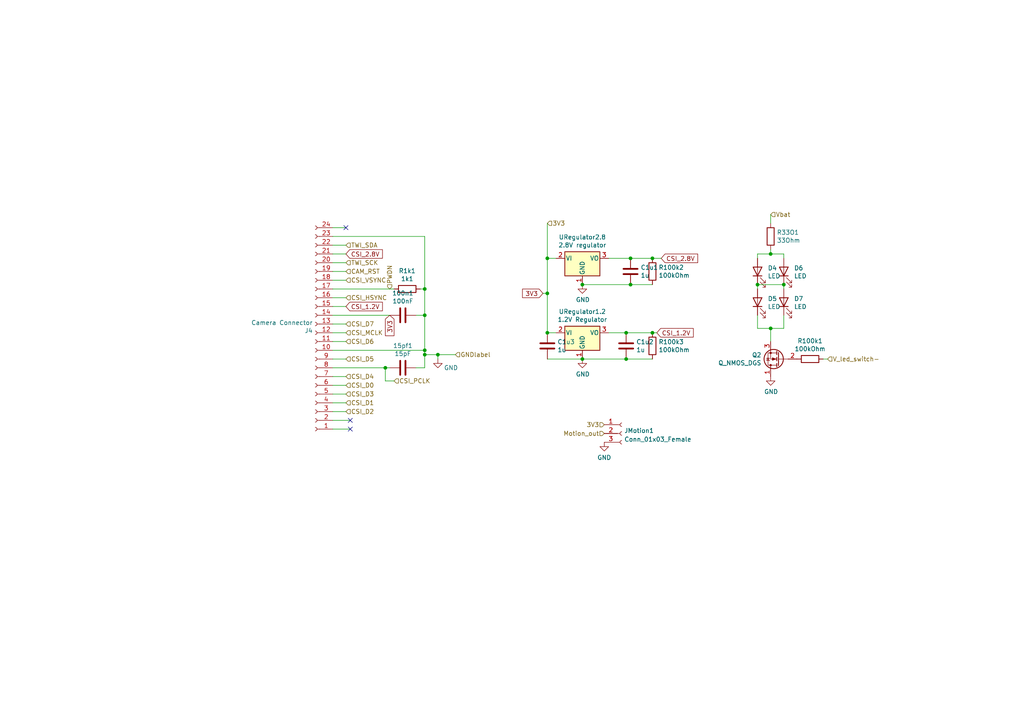
<source format=kicad_sch>
(kicad_sch (version 20211123) (generator eeschema)
  (paper "A4")
  (lib_symbols
    (symbol "Connector:Conn_01x03_Female" (pin_names (offset 1.016) hide)
      (property "Reference" "J" (at 0 5.08 0))
      (property "Value" "Conn_01x03_Female" (at 0 -5.08 0))
      (symbol "Conn_01x03_Female_1_1"
        (arc (start 0 -2.032) (mid -0.508 -2.54) (end 0 -3.048) (stroke (width 0.1524)))
        (polyline (pts (xy -1.27 -2.54) (xy -0.508 -2.54)) (stroke (width 0.1524)))
        (polyline (pts (xy -1.27 0) (xy -0.508 0)) (stroke (width 0.1524)))
        (polyline (pts (xy -1.27 2.54) (xy -0.508 2.54)) (stroke (width 0.1524)))
        (arc (start 0 0.508) (mid -0.508 0) (end 0 -0.508) (stroke (width 0.1524)))
        (arc (start 0 3.048) (mid -0.508 2.54) (end 0 2.032) (stroke (width 0.1524)))
        (pin passive line (at -5.08 2.54 0) (length 3.81) (name "Pin_1") (number "1"))
        (pin passive line (at -5.08 0 0) (length 3.81) (name "Pin_2") (number "2"))
        (pin passive line (at -5.08 -2.54 0) (length 3.81) (name "Pin_3") (number "3"))
      )
    )
    (symbol "Connector:Conn_01x24_Female" (pin_names (offset 1.016) hide)
      (property "Reference" "J" (at 0 30.48 0))
      (property "Value" "Conn_01x24_Female" (at 0 -33.02 0))
      (symbol "Conn_01x24_Female_1_1"
        (arc (start 0 -29.972) (mid -0.508 -30.48) (end 0 -30.988) (stroke (width 0.1524)))
        (arc (start 0 -27.432) (mid -0.508 -27.94) (end 0 -28.448) (stroke (width 0.1524)))
        (arc (start 0 -24.892) (mid -0.508 -25.4) (end 0 -25.908) (stroke (width 0.1524)))
        (arc (start 0 -22.352) (mid -0.508 -22.86) (end 0 -23.368) (stroke (width 0.1524)))
        (arc (start 0 -19.812) (mid -0.508 -20.32) (end 0 -20.828) (stroke (width 0.1524)))
        (arc (start 0 -17.272) (mid -0.508 -17.78) (end 0 -18.288) (stroke (width 0.1524)))
        (arc (start 0 -14.732) (mid -0.508 -15.24) (end 0 -15.748) (stroke (width 0.1524)))
        (arc (start 0 -12.192) (mid -0.508 -12.7) (end 0 -13.208) (stroke (width 0.1524)))
        (arc (start 0 -9.652) (mid -0.508 -10.16) (end 0 -10.668) (stroke (width 0.1524)))
        (arc (start 0 -7.112) (mid -0.508 -7.62) (end 0 -8.128) (stroke (width 0.1524)))
        (arc (start 0 -4.572) (mid -0.508 -5.08) (end 0 -5.588) (stroke (width 0.1524)))
        (arc (start 0 -2.032) (mid -0.508 -2.54) (end 0 -3.048) (stroke (width 0.1524)))
        (polyline (pts (xy -1.27 -30.48) (xy -0.508 -30.48)) (stroke (width 0.1524)))
        (polyline (pts (xy -1.27 -27.94) (xy -0.508 -27.94)) (stroke (width 0.1524)))
        (polyline (pts (xy -1.27 -25.4) (xy -0.508 -25.4)) (stroke (width 0.1524)))
        (polyline (pts (xy -1.27 -22.86) (xy -0.508 -22.86)) (stroke (width 0.1524)))
        (polyline (pts (xy -1.27 -20.32) (xy -0.508 -20.32)) (stroke (width 0.1524)))
        (polyline (pts (xy -1.27 -17.78) (xy -0.508 -17.78)) (stroke (width 0.1524)))
        (polyline (pts (xy -1.27 -15.24) (xy -0.508 -15.24)) (stroke (width 0.1524)))
        (polyline (pts (xy -1.27 -12.7) (xy -0.508 -12.7)) (stroke (width 0.1524)))
        (polyline (pts (xy -1.27 -10.16) (xy -0.508 -10.16)) (stroke (width 0.1524)))
        (polyline (pts (xy -1.27 -7.62) (xy -0.508 -7.62)) (stroke (width 0.1524)))
        (polyline (pts (xy -1.27 -5.08) (xy -0.508 -5.08)) (stroke (width 0.1524)))
        (polyline (pts (xy -1.27 -2.54) (xy -0.508 -2.54)) (stroke (width 0.1524)))
        (polyline (pts (xy -1.27 0) (xy -0.508 0)) (stroke (width 0.1524)))
        (polyline (pts (xy -1.27 2.54) (xy -0.508 2.54)) (stroke (width 0.1524)))
        (polyline (pts (xy -1.27 5.08) (xy -0.508 5.08)) (stroke (width 0.1524)))
        (polyline (pts (xy -1.27 7.62) (xy -0.508 7.62)) (stroke (width 0.1524)))
        (polyline (pts (xy -1.27 10.16) (xy -0.508 10.16)) (stroke (width 0.1524)))
        (polyline (pts (xy -1.27 12.7) (xy -0.508 12.7)) (stroke (width 0.1524)))
        (polyline (pts (xy -1.27 15.24) (xy -0.508 15.24)) (stroke (width 0.1524)))
        (polyline (pts (xy -1.27 17.78) (xy -0.508 17.78)) (stroke (width 0.1524)))
        (polyline (pts (xy -1.27 20.32) (xy -0.508 20.32)) (stroke (width 0.1524)))
        (polyline (pts (xy -1.27 22.86) (xy -0.508 22.86)) (stroke (width 0.1524)))
        (polyline (pts (xy -1.27 25.4) (xy -0.508 25.4)) (stroke (width 0.1524)))
        (polyline (pts (xy -1.27 27.94) (xy -0.508 27.94)) (stroke (width 0.1524)))
        (arc (start 0 0.508) (mid -0.508 0) (end 0 -0.508) (stroke (width 0.1524)))
        (arc (start 0 3.048) (mid -0.508 2.54) (end 0 2.032) (stroke (width 0.1524)))
        (arc (start 0 5.588) (mid -0.508 5.08) (end 0 4.572) (stroke (width 0.1524)))
        (arc (start 0 8.128) (mid -0.508 7.62) (end 0 7.112) (stroke (width 0.1524)))
        (arc (start 0 10.668) (mid -0.508 10.16) (end 0 9.652) (stroke (width 0.1524)))
        (arc (start 0 13.208) (mid -0.508 12.7) (end 0 12.192) (stroke (width 0.1524)))
        (arc (start 0 15.748) (mid -0.508 15.24) (end 0 14.732) (stroke (width 0.1524)))
        (arc (start 0 18.288) (mid -0.508 17.78) (end 0 17.272) (stroke (width 0.1524)))
        (arc (start 0 20.828) (mid -0.508 20.32) (end 0 19.812) (stroke (width 0.1524)))
        (arc (start 0 23.368) (mid -0.508 22.86) (end 0 22.352) (stroke (width 0.1524)))
        (arc (start 0 25.908) (mid -0.508 25.4) (end 0 24.892) (stroke (width 0.1524)))
        (arc (start 0 28.448) (mid -0.508 27.94) (end 0 27.432) (stroke (width 0.1524)))
        (pin passive line (at -5.08 27.94 0) (length 3.81) (name "Pin_1") (number "1"))
        (pin passive line (at -5.08 5.08 0) (length 3.81) (name "Pin_10") (number "10"))
        (pin passive line (at -5.08 2.54 0) (length 3.81) (name "Pin_11") (number "11"))
        (pin passive line (at -5.08 0 0) (length 3.81) (name "Pin_12") (number "12"))
        (pin passive line (at -5.08 -2.54 0) (length 3.81) (name "Pin_13") (number "13"))
        (pin passive line (at -5.08 -5.08 0) (length 3.81) (name "Pin_14") (number "14"))
        (pin passive line (at -5.08 -7.62 0) (length 3.81) (name "Pin_15") (number "15"))
        (pin passive line (at -5.08 -10.16 0) (length 3.81) (name "Pin_16") (number "16"))
        (pin passive line (at -5.08 -12.7 0) (length 3.81) (name "Pin_17") (number "17"))
        (pin passive line (at -5.08 -15.24 0) (length 3.81) (name "Pin_18") (number "18"))
        (pin passive line (at -5.08 -17.78 0) (length 3.81) (name "Pin_19") (number "19"))
        (pin passive line (at -5.08 25.4 0) (length 3.81) (name "Pin_2") (number "2"))
        (pin passive line (at -5.08 -20.32 0) (length 3.81) (name "Pin_20") (number "20"))
        (pin passive line (at -5.08 -22.86 0) (length 3.81) (name "Pin_21") (number "21"))
        (pin passive line (at -5.08 -25.4 0) (length 3.81) (name "Pin_22") (number "22"))
        (pin passive line (at -5.08 -27.94 0) (length 3.81) (name "Pin_23") (number "23"))
        (pin passive line (at -5.08 -30.48 0) (length 3.81) (name "Pin_24") (number "24"))
        (pin passive line (at -5.08 22.86 0) (length 3.81) (name "Pin_3") (number "3"))
        (pin passive line (at -5.08 20.32 0) (length 3.81) (name "Pin_4") (number "4"))
        (pin passive line (at -5.08 17.78 0) (length 3.81) (name "Pin_5") (number "5"))
        (pin passive line (at -5.08 15.24 0) (length 3.81) (name "Pin_6") (number "6"))
        (pin passive line (at -5.08 12.7 0) (length 3.81) (name "Pin_7") (number "7"))
        (pin passive line (at -5.08 10.16 0) (length 3.81) (name "Pin_8") (number "8"))
        (pin passive line (at -5.08 7.62 0) (length 3.81) (name "Pin_9") (number "9"))
      )
    )
    (symbol "Device:C" (pin_numbers hide) (pin_names (offset 0.254))
      (property "Reference" "C" (at 0.635 2.54 0))
      (property "Value" "C" (at 0.635 -2.54 0))
      (symbol "C_0_1"
        (polyline (pts (xy -2.032 -0.762) (xy 2.032 -0.762)) (stroke (width 0.508)))
        (polyline (pts (xy -2.032 0.762) (xy 2.032 0.762)) (stroke (width 0.508)))
      )
      (symbol "C_1_1"
        (pin passive line (at 0 3.81 270) (length 2.794) (name "~") (number "1"))
        (pin passive line (at 0 -3.81 90) (length 2.794) (name "~") (number "2"))
      )
    )
    (symbol "Device:LED" (pin_numbers hide) (pin_names (offset 1.016) hide)
      (property "Reference" "D" (at 0 2.54 0))
      (property "Value" "LED" (at 0 -2.54 0))
      (symbol "LED_0_1"
        (polyline (pts (xy -1.27 -1.27) (xy -1.27 1.27)) (stroke (width 0.254)))
        (polyline (pts (xy -1.27 0) (xy 1.27 0)))
        (polyline (pts (xy 1.27 -1.27) (xy 1.27 1.27) (xy -1.27 0) (xy 1.27 -1.27)) (stroke (width 0.254)))
        (polyline (pts (xy -3.048 -0.762) (xy -4.572 -2.286) (xy -3.81 -2.286) (xy -4.572 -2.286) (xy -4.572 -1.524)))
        (polyline (pts (xy -1.778 -0.762) (xy -3.302 -2.286) (xy -2.54 -2.286) (xy -3.302 -2.286) (xy -3.302 -1.524)))
      )
      (symbol "LED_1_1"
        (pin passive line (at -3.81 0 0) (length 2.54) (name "K") (number "1"))
        (pin passive line (at 3.81 0 180) (length 2.54) (name "A") (number "2"))
      )
    )
    (symbol "Device:Q_NMOS_DGS" (pin_names (offset 0) hide)
      (property "Reference" "Q" (at 5.08 1.27 0))
      (property "Value" "Q_NMOS_DGS" (at 5.08 -1.27 0))
      (symbol "Q_NMOS_DGS_0_1"
        (polyline (pts (xy 0.254 0) (xy -2.54 0)))
        (polyline (pts (xy 0.254 1.905) (xy 0.254 -1.905)) (stroke (width 0.254)))
        (polyline (pts (xy 0.762 -1.27) (xy 0.762 -2.286)) (stroke (width 0.254)))
        (polyline (pts (xy 0.762 0.508) (xy 0.762 -0.508)) (stroke (width 0.254)))
        (polyline (pts (xy 0.762 2.286) (xy 0.762 1.27)) (stroke (width 0.254)))
        (polyline (pts (xy 2.54 2.54) (xy 2.54 1.778)))
        (polyline (pts (xy 2.54 -2.54) (xy 2.54 0) (xy 0.762 0)))
        (polyline (pts (xy 0.762 -1.778) (xy 3.302 -1.778) (xy 3.302 1.778) (xy 0.762 1.778)))
        (polyline (pts (xy 1.016 0) (xy 2.032 0.381) (xy 2.032 -0.381) (xy 1.016 0)) (fill (type outline)))
        (polyline (pts (xy 2.794 0.508) (xy 2.921 0.381) (xy 3.683 0.381) (xy 3.81 0.254)))
        (polyline (pts (xy 3.302 0.381) (xy 2.921 -0.254) (xy 3.683 -0.254) (xy 3.302 0.381)))
        (circle (center 1.651 0) (radius 2.794) (stroke (width 0.254)))
        (circle (center 2.54 -1.778) (radius 0.254) (fill (type outline)))
        (circle (center 2.54 1.778) (radius 0.254) (fill (type outline)))
      )
      (symbol "Q_NMOS_DGS_1_1"
        (pin passive line (at 2.54 5.08 270) (length 2.54) (name "D") (number "1"))
        (pin input line (at -5.08 0 0) (length 2.54) (name "G") (number "2"))
        (pin passive line (at 2.54 -5.08 90) (length 2.54) (name "S") (number "3"))
      )
    )
    (symbol "Device:R" (pin_numbers hide) (pin_names (offset 0))
      (property "Reference" "R" (at 2.032 0 90))
      (property "Value" "R" (at 0 0 90))
      (symbol "R_0_1"
        (rectangle (start -1.016 -2.54) (end 1.016 2.54) (stroke (width 0.254)))
      )
      (symbol "R_1_1"
        (pin passive line (at 0 3.81 270) (length 1.27) (name "~") (number "1"))
        (pin passive line (at 0 -3.81 90) (length 1.27) (name "~") (number "2"))
      )
    )
    (symbol "XC6206PxxxMR_1" (pin_names (offset 0.254))
      (property "Reference" "U" (at -3.81 3.175 0))
      (property "Value" "XC6206PxxxMR_1" (at 0 3.175 0))
      (symbol "XC6206PxxxMR_1_0_1"
        (rectangle (start -5.08 1.905) (end 5.08 -5.08) (stroke (width 0.254)) (fill (type background)))
      )
      (symbol "XC6206PxxxMR_1_1_1"
        (pin power_in line (at 0 -7.62 90) (length 2.54) (name "GND") (number "1"))
        (pin power_in line (at -7.62 0 0) (length 2.54) (name "VI") (number "2"))
        (pin power_out line (at 7.62 0 180) (length 2.54) (name "VO") (number "3"))
      )
    )
    (symbol "power:GND" (power) (pin_names (offset 0))
      (property "Value" "GND" (at 0 -3.81 0))
      (symbol "GND_0_1"
        (polyline (pts (xy 0 0) (xy 0 -1.27) (xy 1.27 -1.27) (xy 0 -2.54) (xy -1.27 -1.27) (xy 0 -1.27)))
      )
      (symbol "GND_1_1"
        (pin power_in line (at 0 0 270) (length 0) hide (name "GND") (number "1"))
      )
    )
    (symbol "regulator:XC6206PxxxMR" (pin_names (offset 0.254))
      (property "Reference" "U" (at -3.81 3.175 0))
      (property "Value" "XC6206PxxxMR" (at 0 3.175 0))
      (symbol "XC6206PxxxMR_0_1"
        (rectangle (start -5.08 1.905) (end 5.08 -5.08) (stroke (width 0.254)) (fill (type background)))
      )
      (symbol "XC6206PxxxMR_1_1"
        (pin power_in line (at 0 -7.62 90) (length 2.54) (name "GND") (number "1"))
        (pin power_in line (at -7.62 0 0) (length 2.54) (name "VI") (number "2"))
        (pin power_out line (at 7.62 0 180) (length 2.54) (name "VO") (number "3"))
      )
    )
  )
  (junction (at 223.52 73.66))
  (junction (at 127 102.87))
  (junction (at 158.75 74.93))
  (junction (at 227.33 82.55))
  (junction (at 182.88 74.93))
  (junction (at 181.61 104.14))
  (junction (at 158.75 96.52))
  (junction (at 111.76 106.68))
  (junction (at 189.23 96.52))
  (junction (at 158.75 85.09))
  (junction (at 123.19 91.44))
  (junction (at 123.19 102.87))
  (junction (at 168.91 82.55))
  (junction (at 123.19 83.82))
  (junction (at 168.91 104.14))
  (junction (at 123.19 101.6))
  (junction (at 189.23 74.93))
  (junction (at 223.52 95.25))
  (junction (at 181.61 96.52))
  (junction (at 182.88 82.55))
  (junction (at 219.71 82.55))
  (no_connect (at 101.6 124.46))
  (no_connect (at 101.6 121.92))
  (no_connect (at 100.33 66.04))
  (wire (pts (xy 182.88 82.55) (xy 189.23 82.55)))
  (wire (pts (xy 158.75 104.14) (xy 168.91 104.14)))
  (wire (pts (xy 176.53 96.52) (xy 181.61 96.52)))
  (wire (pts (xy 238.76 104.14) (xy 240.03 104.14)))
  (wire (pts (xy 111.76 106.68) (xy 111.76 110.49)))
  (wire (pts (xy 123.19 83.82) (xy 123.19 91.44)))
  (wire (pts (xy 219.71 74.93) (xy 219.71 73.66)))
  (wire (pts (xy 113.03 106.68) (xy 111.76 106.68)))
  (wire (pts (xy 158.75 64.77) (xy 158.75 74.93)))
  (wire (pts (xy 120.65 91.44) (xy 123.19 91.44)))
  (wire (pts (xy 96.52 116.84) (xy 100.33 116.84)))
  (wire (pts (xy 157.48 85.09) (xy 158.75 85.09)))
  (wire (pts (xy 158.75 96.52) (xy 158.75 85.09)))
  (wire (pts (xy 158.75 96.52) (xy 161.29 96.52)))
  (wire (pts (xy 227.33 82.55) (xy 227.33 83.82)))
  (wire (pts (xy 182.88 74.93) (xy 189.23 74.93)))
  (wire (pts (xy 219.71 73.66) (xy 223.52 73.66)))
  (wire (pts (xy 96.52 109.22) (xy 100.33 109.22)))
  (wire (pts (xy 127 104.14) (xy 127 102.87)))
  (wire (pts (xy 223.52 95.25) (xy 227.33 95.25)))
  (wire (pts (xy 219.71 95.25) (xy 223.52 95.25)))
  (wire (pts (xy 114.3 83.82) (xy 96.52 83.82)))
  (wire (pts (xy 96.52 119.38) (xy 100.33 119.38)))
  (wire (pts (xy 123.19 83.82) (xy 121.92 83.82)))
  (wire (pts (xy 219.71 83.82) (xy 219.71 82.55)))
  (wire (pts (xy 127 102.87) (xy 123.19 102.87)))
  (wire (pts (xy 111.76 106.68) (xy 96.52 106.68)))
  (wire (pts (xy 181.61 104.14) (xy 189.23 104.14)))
  (wire (pts (xy 219.71 91.44) (xy 219.71 95.25)))
  (wire (pts (xy 96.52 76.2) (xy 100.33 76.2)))
  (wire (pts (xy 168.91 82.55) (xy 182.88 82.55)))
  (wire (pts (xy 101.6 121.92) (xy 96.52 121.92)))
  (wire (pts (xy 127 102.87) (xy 132.08 102.87)))
  (wire (pts (xy 223.52 72.39) (xy 223.52 73.66)))
  (wire (pts (xy 100.33 66.04) (xy 96.52 66.04)))
  (wire (pts (xy 96.52 86.36) (xy 100.33 86.36)))
  (wire (pts (xy 96.52 96.52) (xy 100.33 96.52)))
  (wire (pts (xy 96.52 68.58) (xy 123.19 68.58)))
  (wire (pts (xy 96.52 111.76) (xy 100.33 111.76)))
  (wire (pts (xy 96.52 78.74) (xy 100.33 78.74)))
  (wire (pts (xy 100.33 73.66) (xy 96.52 73.66)))
  (wire (pts (xy 227.33 95.25) (xy 227.33 91.44)))
  (wire (pts (xy 111.76 110.49) (xy 114.3 110.49)))
  (wire (pts (xy 223.52 99.06) (xy 223.52 95.25)))
  (wire (pts (xy 123.19 91.44) (xy 123.19 101.6)))
  (wire (pts (xy 96.52 81.28) (xy 100.33 81.28)))
  (wire (pts (xy 120.65 106.68) (xy 123.19 106.68)))
  (wire (pts (xy 113.03 91.44) (xy 96.52 91.44)))
  (wire (pts (xy 189.23 74.93) (xy 191.77 74.93)))
  (wire (pts (xy 158.75 74.93) (xy 161.29 74.93)))
  (wire (pts (xy 96.52 114.3) (xy 100.33 114.3)))
  (wire (pts (xy 96.52 99.06) (xy 100.33 99.06)))
  (wire (pts (xy 96.52 101.6) (xy 123.19 101.6)))
  (wire (pts (xy 181.61 104.14) (xy 168.91 104.14)))
  (wire (pts (xy 123.19 102.87) (xy 123.19 106.68)))
  (wire (pts (xy 123.19 101.6) (xy 123.19 102.87)))
  (wire (pts (xy 223.52 62.23) (xy 223.52 64.77)))
  (wire (pts (xy 101.6 124.46) (xy 96.52 124.46)))
  (wire (pts (xy 181.61 96.52) (xy 189.23 96.52)))
  (wire (pts (xy 96.52 93.98) (xy 100.33 93.98)))
  (wire (pts (xy 227.33 82.55) (xy 219.71 82.55)))
  (wire (pts (xy 227.33 73.66) (xy 227.33 74.93)))
  (wire (pts (xy 189.23 96.52) (xy 190.5 96.52)))
  (wire (pts (xy 223.52 73.66) (xy 227.33 73.66)))
  (wire (pts (xy 176.53 74.93) (xy 182.88 74.93)))
  (wire (pts (xy 96.52 104.14) (xy 100.33 104.14)))
  (wire (pts (xy 158.75 74.93) (xy 158.75 85.09)))
  (wire (pts (xy 96.52 71.12) (xy 100.33 71.12)))
  (wire (pts (xy 100.33 88.9) (xy 96.52 88.9)))
  (wire (pts (xy 123.19 83.82) (xy 123.19 68.58)))
  (global_label "3V3" (shape input) (at 113.03 91.44 270) (property "Intersheet References" "${INTERSHEET_REFS}" (effects hide)))
  (global_label "CSI_1.2V" (shape input) (at 100.33 88.9 0) (property "Intersheet References" "${INTERSHEET_REFS}" (effects hide)))
  (global_label "CSI_2.8V" (shape input) (at 100.33 73.66 0) (property "Intersheet References" "${INTERSHEET_REFS}" (effects hide)))
  (global_label "CSI_1.2V" (shape input) (at 190.5 96.52 0) (property "Intersheet References" "${INTERSHEET_REFS}" (effects hide)))
  (global_label "3V3" (shape input) (at 157.48 85.09 180) (property "Intersheet References" "${INTERSHEET_REFS}" (effects hide)))
  (global_label "CSI_2.8V" (shape input) (at 191.77 74.93 0) (property "Intersheet References" "${INTERSHEET_REFS}" (effects hide)))
  (hierarchical_label "CSI_D6" (shape input) (at 100.33 99.06 0))
  (hierarchical_label "CSI_D7" (shape input) (at 100.33 93.98 0))
  (hierarchical_label "TWI_SDA" (shape input) (at 100.33 71.12 0))
  (hierarchical_label "CSI_D2" (shape input) (at 100.33 119.38 0))
  (hierarchical_label "3V3" (shape input) (at 158.75 64.77 0))
  (hierarchical_label "CSI_D5" (shape input) (at 100.33 104.14 0))
  (hierarchical_label "Motion_out" (shape input) (at 175.26 125.73 180))
  (hierarchical_label "V_led_switch-" (shape input) (at 240.03 104.14 0))
  (hierarchical_label "CSI_D0" (shape input) (at 100.33 111.76 0))
  (hierarchical_label "CAM_RST" (shape input) (at 100.33 78.74 0))
  (hierarchical_label "CSI_VSYNC" (shape input) (at 100.33 81.28 0))
  (hierarchical_label "CSI_D3" (shape input) (at 100.33 114.3 0))
  (hierarchical_label "TWI_SCK" (shape input) (at 100.33 76.2 0))
  (hierarchical_label "GNDlabel" (shape input) (at 132.08 102.87 0))
  (hierarchical_label "3V3" (shape input) (at 175.26 123.19 180))
  (hierarchical_label "CSI_HSYNC" (shape input) (at 100.33 86.36 0))
  (hierarchical_label "CSI_D4" (shape input) (at 100.33 109.22 0))
  (hierarchical_label "CSI_MCLK" (shape input) (at 100.33 96.52 0))
  (hierarchical_label "CSI_D1" (shape input) (at 100.33 116.84 0))
  (hierarchical_label "PWDN" (shape input) (at 113.03 83.82 90))
  (hierarchical_label "CSI_PCLK" (shape input) (at 114.3 110.49 0))
  (hierarchical_label "Vbat" (shape input) (at 223.52 62.23 0))
  (symbol (lib_id "Device:R") (at 234.95 104.14 270) (unit 1)
    (property "Reference" "R100k1" (at 234.95 98.8822 90))
    (property "Value" "100kOhm" (at 234.95 101.1936 90))
    (property "Footprint" "Resistor_THT:R_Axial_DIN0207_L6.3mm_D2.5mm_P10.16mm_Horizontal" (effects hide))
  )
  (symbol (lib_id "Device:Q_NMOS_DGS") (at 226.06 104.14 180) (unit 1)
    (property "Reference" "Q2" (at 220.853 102.9716 0) (effects (justify left)))
    (property "Value" "Q_NMOS_DGS" (at 220.853 105.283 0) (effects (justify left)))
    (property "Footprint" "Package_TO_SOT_THT:TO-92L_Inline" (effects hide))
  )
  (symbol (lib_id "power:GND") (at 223.52 109.22 0) (unit 1)
    (property "Reference" "#PWR0104" (effects hide))
    (property "Value" "GND" (at 223.647 113.6142 0))
  )
  (symbol (lib_id "Device:LED") (at 219.71 87.63 90) (unit 1)
    (property "Reference" "D5" (at 222.6818 86.6394 90) (effects (justify right)))
    (property "Value" "LED" (at 222.6818 88.9508 90) (effects (justify right)))
    (property "Footprint" "LED:SFH 4253" (effects hide))
  )
  (symbol (lib_id "Device:LED") (at 227.33 87.63 90) (unit 1)
    (property "Reference" "D7" (at 230.3018 86.6394 90) (effects (justify right)))
    (property "Value" "LED" (at 230.3018 88.9508 90) (effects (justify right)))
    (property "Footprint" "LED:SFH 4253" (effects hide))
  )
  (symbol (lib_id "Device:LED") (at 219.71 78.74 90) (unit 1)
    (property "Reference" "D4" (at 222.6818 77.7494 90) (effects (justify right)))
    (property "Value" "LED" (at 222.6818 80.0608 90) (effects (justify right)))
    (property "Footprint" "LED:SFH 4253" (effects hide))
  )
  (symbol (lib_id "Device:LED") (at 227.33 78.74 90) (unit 1)
    (property "Reference" "D6" (at 230.3018 77.7494 90) (effects (justify right)))
    (property "Value" "LED" (at 230.3018 80.0608 90) (effects (justify right)))
    (property "Footprint" "LED:SFH 4253" (effects hide))
  )
  (symbol (lib_id "Connector:Conn_01x24_Female") (at 91.44 96.52 180) (unit 1)
    (property "Reference" "J4" (at 90.7288 95.9104 0) (effects (justify left)))
    (property "Value" "Camera Connector" (at 90.7288 93.599 0) (effects (justify left)))
    (property "Footprint" "components:camera_connector" (effects hide))
  )
  (symbol (lib_id "power:GND") (at 127 104.14 0) (unit 1)
    (property "Reference" "#PWR0107" (effects hide))
    (property "Value" "GND" (at 130.81 106.68 0))
  )
  (symbol (lib_id "Device:R") (at 223.52 68.58 0) (unit 1)
    (property "Reference" "R33O1" (at 225.298 67.4116 0) (effects (justify left)))
    (property "Value" "33Ohm" (at 225.298 69.723 0) (effects (justify left)))
    (property "Footprint" "Resistor_THT:R_Axial_DIN0207_L6.3mm_D2.5mm_P10.16mm_Horizontal" (effects hide))
  )
  (symbol (lib_id "Device:C") (at 116.84 106.68 270) (unit 1)
    (property "Reference" "15pf1" (at 116.84 100.2792 90))
    (property "Value" "15pF" (at 116.84 102.5906 90))
    (property "Footprint" "Capacitor_THT:C_Axial_L5.1mm_D3.1mm_P7.50mm_Horizontal" (effects hide))
  )
  (symbol (lib_id "Device:C") (at 116.84 91.44 270) (unit 1)
    (property "Reference" "100n1" (at 116.84 85.0392 90))
    (property "Value" "100nF" (at 116.84 87.3506 90))
    (property "Footprint" "Capacitor_THT:C_Axial_L5.1mm_D3.1mm_P7.50mm_Horizontal" (effects hide))
  )
  (symbol (lib_id "Device:R") (at 118.11 83.82 270) (unit 1)
    (property "Reference" "R1k1" (at 118.11 78.5622 90))
    (property "Value" "1k1" (at 118.11 80.8736 90))
    (property "Footprint" "Resistor_THT:R_Axial_DIN0207_L6.3mm_D2.5mm_P10.16mm_Horizontal" (effects hide))
  )
  (symbol (lib_id "regulator:XC6206PxxxMR") (at 168.91 74.93 0) (unit 1)
    (property "Reference" "URegulator2.8" (at 168.91 68.7832 0))
    (property "Value" "2.8V regulator" (at 168.91 71.0946 0))
    (property "Footprint" "Package_TO_SOT_THT:TO-92" (effects hide))
    (property "Datasheet" "https://www.torexsemi.com/file/xc6206/XC6206.pdf" (effects hide))
  )
  (symbol (lib_name "XC6206PxxxMR_1") (lib_id "regulator:XC6206PxxxMR") (at 168.91 96.52 0) (unit 1)
    (property "Reference" "URegulator1.2" (at 168.91 90.3732 0))
    (property "Value" "1.2V Regulator" (at 168.91 92.6846 0))
    (property "Footprint" "Package_TO_SOT_THT:TO-92" (effects hide))
    (property "Datasheet" "https://www.torexsemi.com/file/xc6206/XC6206.pdf" (effects hide))
  )
  (symbol (lib_id "power:GND") (at 168.91 82.55 0) (unit 1)
    (property "Reference" "#PWR0105" (effects hide))
    (property "Value" "GND" (at 169.037 86.9442 0))
  )
  (symbol (lib_id "power:GND") (at 168.91 104.14 0) (unit 1)
    (property "Reference" "#PWR0106" (effects hide))
    (property "Value" "GND" (at 169.037 108.5342 0))
  )
  (symbol (lib_id "Device:C") (at 158.75 100.33 0) (unit 1)
    (property "Reference" "C1u3" (at 161.671 99.1616 0) (effects (justify left)))
    (property "Value" "1u" (at 161.671 101.473 0) (effects (justify left)))
    (property "Footprint" "Capacitor_THT:C_Axial_L5.1mm_D3.1mm_P7.50mm_Horizontal" (effects hide))
  )
  (symbol (lib_id "Device:C") (at 182.88 78.74 0) (unit 1)
    (property "Reference" "C1u1" (at 185.801 77.5716 0) (effects (justify left)))
    (property "Value" "1u" (at 185.801 79.883 0) (effects (justify left)))
    (property "Footprint" "Capacitor_THT:C_Axial_L5.1mm_D3.1mm_P7.50mm_Horizontal" (effects hide))
  )
  (symbol (lib_id "Device:C") (at 181.61 100.33 0) (unit 1)
    (property "Reference" "C1u2" (at 184.531 99.1616 0) (effects (justify left)))
    (property "Value" "1u" (at 184.531 101.473 0) (effects (justify left)))
    (property "Footprint" "Capacitor_THT:C_Axial_L5.1mm_D3.1mm_P7.50mm_Horizontal" (effects hide))
  )
  (symbol (lib_id "Device:R") (at 189.23 100.33 0) (unit 1)
    (property "Reference" "R100k3" (at 191.008 99.1616 0) (effects (justify left)))
    (property "Value" "100kOhm" (at 191.008 101.473 0) (effects (justify left)))
    (property "Footprint" "Resistor_THT:R_Axial_DIN0207_L6.3mm_D2.5mm_P10.16mm_Horizontal" (effects hide))
  )
  (symbol (lib_id "Device:R") (at 189.23 78.74 0) (unit 1)
    (property "Reference" "R100k2" (at 191.008 77.5716 0) (effects (justify left)))
    (property "Value" "100kOhm" (at 191.008 79.883 0) (effects (justify left)))
    (property "Footprint" "Resistor_THT:R_Axial_DIN0207_L6.3mm_D2.5mm_P10.16mm_Horizontal" (effects hide))
  )
  (symbol (lib_id "Connector:Conn_01x03_Female") (at 180.34 125.73 0) (unit 1)
    (property "Reference" "JMotion1" (at 181.0512 124.8953 0) (effects (justify left)))
    (property "Value" "Conn_01x03_Female" (at 181.0512 127.4322 0) (effects (justify left)))
    (property "Footprint" "Connector_PinHeader_2.54mm:PinHeader_1x03_P2.54mm_Vertical" (effects hide))
  )
  (symbol (lib_id "power:GND") (at 175.26 128.27 0) (unit 1)
    (property "Reference" "#PWR0101" (effects hide))
    (property "Value" "GND" (at 175.26 132.7134 0))
  )
)
</source>
